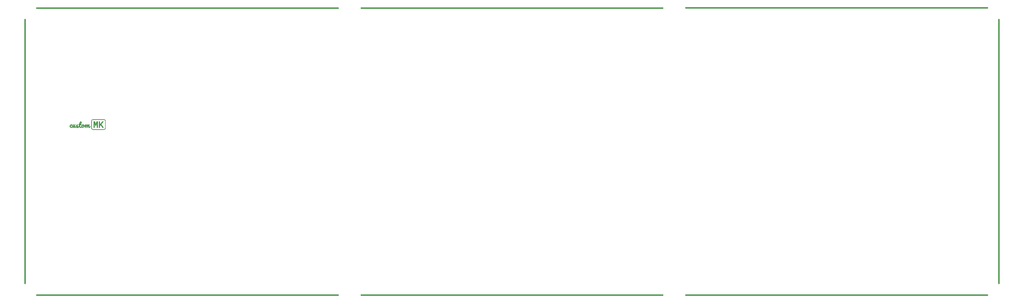
<source format=gbr>
%TF.GenerationSoftware,KiCad,Pcbnew,(5.1.6-0-10_14)*%
%TF.CreationDate,2021-09-05T19:18:27-05:00*%
%TF.ProjectId,EVO70_FR4_plate_acrylic,45564f37-305f-4465-9234-5f706c617465,rev?*%
%TF.SameCoordinates,Original*%
%TF.FileFunction,Copper,L1,Top*%
%TF.FilePolarity,Positive*%
%FSLAX46Y46*%
G04 Gerber Fmt 4.6, Leading zero omitted, Abs format (unit mm)*
G04 Created by KiCad (PCBNEW (5.1.6-0-10_14)) date 2021-09-05 19:18:27*
%MOMM*%
%LPD*%
G01*
G04 APERTURE LIST*
%TA.AperFunction,EtchedComponent*%
%ADD10C,0.010000*%
%TD*%
%TA.AperFunction,Conductor*%
%ADD11C,0.508000*%
%TD*%
G04 APERTURE END LIST*
D10*
%TO.C,G3*%
G36*
X71525274Y-143770601D02*
G01*
X71712144Y-143770873D01*
X71877870Y-143771391D01*
X72023870Y-143772212D01*
X72151558Y-143773394D01*
X72262350Y-143774993D01*
X72357662Y-143777069D01*
X72438911Y-143779677D01*
X72507511Y-143782877D01*
X72564878Y-143786725D01*
X72612430Y-143791279D01*
X72651580Y-143796597D01*
X72683745Y-143802736D01*
X72710342Y-143809754D01*
X72732785Y-143817708D01*
X72752490Y-143826656D01*
X72770874Y-143836656D01*
X72789352Y-143847765D01*
X72809340Y-143860040D01*
X72814933Y-143863415D01*
X72928820Y-143946865D01*
X73021359Y-144047129D01*
X73090882Y-144162033D01*
X73132575Y-144276855D01*
X73136742Y-144294659D01*
X73140406Y-144315353D01*
X73143600Y-144340752D01*
X73146356Y-144372674D01*
X73148705Y-144412935D01*
X73150678Y-144463351D01*
X73152309Y-144525740D01*
X73153628Y-144601917D01*
X73154668Y-144693699D01*
X73155460Y-144802904D01*
X73156036Y-144931347D01*
X73156428Y-145080846D01*
X73156667Y-145253216D01*
X73156787Y-145450274D01*
X73156817Y-145660889D01*
X73156783Y-145882955D01*
X73156658Y-146078616D01*
X73156410Y-146249688D01*
X73156009Y-146397987D01*
X73155422Y-146525330D01*
X73154618Y-146633535D01*
X73153564Y-146724417D01*
X73152228Y-146799792D01*
X73150580Y-146861479D01*
X73148586Y-146911293D01*
X73146216Y-146951050D01*
X73143437Y-146982568D01*
X73140218Y-147007663D01*
X73136527Y-147028152D01*
X73132575Y-147044924D01*
X73085324Y-147171209D01*
X73013547Y-147284818D01*
X72918912Y-147383580D01*
X72814933Y-147458363D01*
X72794324Y-147470950D01*
X72775591Y-147482355D01*
X72757318Y-147492637D01*
X72738091Y-147501852D01*
X72716492Y-147510058D01*
X72691107Y-147517312D01*
X72660519Y-147523673D01*
X72623312Y-147529198D01*
X72578071Y-147533944D01*
X72523380Y-147537970D01*
X72457823Y-147541332D01*
X72379985Y-147544088D01*
X72288448Y-147546296D01*
X72181799Y-147548013D01*
X72058620Y-147549297D01*
X71917496Y-147550206D01*
X71757011Y-147550797D01*
X71575750Y-147551127D01*
X71372296Y-147551255D01*
X71145234Y-147551237D01*
X70893148Y-147551132D01*
X70614622Y-147550997D01*
X70538047Y-147550964D01*
X70259189Y-147550832D01*
X70007130Y-147550663D01*
X69780445Y-147550439D01*
X69577712Y-147550144D01*
X69397507Y-147549761D01*
X69238407Y-147549271D01*
X69098987Y-147548660D01*
X68977824Y-147547908D01*
X68873495Y-147547001D01*
X68784576Y-147545919D01*
X68709644Y-147544647D01*
X68647274Y-147543167D01*
X68596044Y-147541462D01*
X68554529Y-147539516D01*
X68521307Y-147537311D01*
X68494954Y-147534830D01*
X68474045Y-147532056D01*
X68457158Y-147528972D01*
X68444187Y-147525908D01*
X68321521Y-147479925D01*
X68210291Y-147410781D01*
X68113987Y-147322051D01*
X68036099Y-147217311D01*
X67980116Y-147100138D01*
X67959331Y-147029092D01*
X67955047Y-146995678D01*
X67951168Y-146936597D01*
X67947695Y-146854401D01*
X67944628Y-146751641D01*
X67941967Y-146630871D01*
X67939712Y-146494642D01*
X67937862Y-146345507D01*
X67936418Y-146186017D01*
X67935381Y-146018725D01*
X67934749Y-145846182D01*
X67934523Y-145670942D01*
X67934702Y-145495555D01*
X67935288Y-145322575D01*
X67936279Y-145154553D01*
X67937676Y-144994041D01*
X67939479Y-144843591D01*
X67941688Y-144705757D01*
X67944303Y-144583089D01*
X67947324Y-144478140D01*
X67950750Y-144393462D01*
X67954582Y-144331607D01*
X67956711Y-144313278D01*
X68085500Y-144313278D01*
X68085500Y-147008500D01*
X68123041Y-147088583D01*
X68184411Y-147189750D01*
X68264878Y-147276415D01*
X68359400Y-147344208D01*
X68462938Y-147388761D01*
X68472558Y-147391491D01*
X68487769Y-147394011D01*
X68514650Y-147396279D01*
X68554348Y-147398303D01*
X68608011Y-147400090D01*
X68676787Y-147401649D01*
X68761823Y-147402988D01*
X68864267Y-147404115D01*
X68985266Y-147405037D01*
X69125969Y-147405764D01*
X69287523Y-147406304D01*
X69471075Y-147406663D01*
X69677773Y-147406851D01*
X69908765Y-147406875D01*
X70165199Y-147406744D01*
X70448222Y-147406466D01*
X70576111Y-147406306D01*
X72615166Y-147403611D01*
X72695855Y-147365793D01*
X72797420Y-147303426D01*
X72885719Y-147219914D01*
X72954424Y-147121470D01*
X72964539Y-147102001D01*
X73010277Y-147009094D01*
X73010277Y-144312685D01*
X72964539Y-144219777D01*
X72900179Y-144119240D01*
X72815047Y-144032479D01*
X72715471Y-143965706D01*
X72695855Y-143955985D01*
X72615166Y-143918167D01*
X68480017Y-143918167D01*
X68387110Y-143963905D01*
X68286572Y-144028266D01*
X68199812Y-144113397D01*
X68133039Y-144212973D01*
X68123318Y-144232590D01*
X68085500Y-144313278D01*
X67956711Y-144313278D01*
X67958820Y-144295127D01*
X67959331Y-144292686D01*
X68001253Y-144170021D01*
X68067072Y-144057749D01*
X68153297Y-143959448D01*
X68256439Y-143878692D01*
X68373008Y-143819057D01*
X68444187Y-143795870D01*
X68458667Y-143792491D01*
X68475884Y-143789439D01*
X68497260Y-143786694D01*
X68524221Y-143784240D01*
X68558189Y-143782061D01*
X68600588Y-143780139D01*
X68652841Y-143778457D01*
X68716373Y-143776998D01*
X68792606Y-143775745D01*
X68882965Y-143774682D01*
X68988872Y-143773790D01*
X69111752Y-143773053D01*
X69253028Y-143772454D01*
X69414123Y-143771976D01*
X69596462Y-143771602D01*
X69801467Y-143771314D01*
X70030563Y-143771096D01*
X70285172Y-143770931D01*
X70538047Y-143770814D01*
X70823648Y-143770680D01*
X71082442Y-143770562D01*
X71315845Y-143770516D01*
X71525274Y-143770601D01*
G37*
X71525274Y-143770601D02*
X71712144Y-143770873D01*
X71877870Y-143771391D01*
X72023870Y-143772212D01*
X72151558Y-143773394D01*
X72262350Y-143774993D01*
X72357662Y-143777069D01*
X72438911Y-143779677D01*
X72507511Y-143782877D01*
X72564878Y-143786725D01*
X72612430Y-143791279D01*
X72651580Y-143796597D01*
X72683745Y-143802736D01*
X72710342Y-143809754D01*
X72732785Y-143817708D01*
X72752490Y-143826656D01*
X72770874Y-143836656D01*
X72789352Y-143847765D01*
X72809340Y-143860040D01*
X72814933Y-143863415D01*
X72928820Y-143946865D01*
X73021359Y-144047129D01*
X73090882Y-144162033D01*
X73132575Y-144276855D01*
X73136742Y-144294659D01*
X73140406Y-144315353D01*
X73143600Y-144340752D01*
X73146356Y-144372674D01*
X73148705Y-144412935D01*
X73150678Y-144463351D01*
X73152309Y-144525740D01*
X73153628Y-144601917D01*
X73154668Y-144693699D01*
X73155460Y-144802904D01*
X73156036Y-144931347D01*
X73156428Y-145080846D01*
X73156667Y-145253216D01*
X73156787Y-145450274D01*
X73156817Y-145660889D01*
X73156783Y-145882955D01*
X73156658Y-146078616D01*
X73156410Y-146249688D01*
X73156009Y-146397987D01*
X73155422Y-146525330D01*
X73154618Y-146633535D01*
X73153564Y-146724417D01*
X73152228Y-146799792D01*
X73150580Y-146861479D01*
X73148586Y-146911293D01*
X73146216Y-146951050D01*
X73143437Y-146982568D01*
X73140218Y-147007663D01*
X73136527Y-147028152D01*
X73132575Y-147044924D01*
X73085324Y-147171209D01*
X73013547Y-147284818D01*
X72918912Y-147383580D01*
X72814933Y-147458363D01*
X72794324Y-147470950D01*
X72775591Y-147482355D01*
X72757318Y-147492637D01*
X72738091Y-147501852D01*
X72716492Y-147510058D01*
X72691107Y-147517312D01*
X72660519Y-147523673D01*
X72623312Y-147529198D01*
X72578071Y-147533944D01*
X72523380Y-147537970D01*
X72457823Y-147541332D01*
X72379985Y-147544088D01*
X72288448Y-147546296D01*
X72181799Y-147548013D01*
X72058620Y-147549297D01*
X71917496Y-147550206D01*
X71757011Y-147550797D01*
X71575750Y-147551127D01*
X71372296Y-147551255D01*
X71145234Y-147551237D01*
X70893148Y-147551132D01*
X70614622Y-147550997D01*
X70538047Y-147550964D01*
X70259189Y-147550832D01*
X70007130Y-147550663D01*
X69780445Y-147550439D01*
X69577712Y-147550144D01*
X69397507Y-147549761D01*
X69238407Y-147549271D01*
X69098987Y-147548660D01*
X68977824Y-147547908D01*
X68873495Y-147547001D01*
X68784576Y-147545919D01*
X68709644Y-147544647D01*
X68647274Y-147543167D01*
X68596044Y-147541462D01*
X68554529Y-147539516D01*
X68521307Y-147537311D01*
X68494954Y-147534830D01*
X68474045Y-147532056D01*
X68457158Y-147528972D01*
X68444187Y-147525908D01*
X68321521Y-147479925D01*
X68210291Y-147410781D01*
X68113987Y-147322051D01*
X68036099Y-147217311D01*
X67980116Y-147100138D01*
X67959331Y-147029092D01*
X67955047Y-146995678D01*
X67951168Y-146936597D01*
X67947695Y-146854401D01*
X67944628Y-146751641D01*
X67941967Y-146630871D01*
X67939712Y-146494642D01*
X67937862Y-146345507D01*
X67936418Y-146186017D01*
X67935381Y-146018725D01*
X67934749Y-145846182D01*
X67934523Y-145670942D01*
X67934702Y-145495555D01*
X67935288Y-145322575D01*
X67936279Y-145154553D01*
X67937676Y-144994041D01*
X67939479Y-144843591D01*
X67941688Y-144705757D01*
X67944303Y-144583089D01*
X67947324Y-144478140D01*
X67950750Y-144393462D01*
X67954582Y-144331607D01*
X67956711Y-144313278D01*
X68085500Y-144313278D01*
X68085500Y-147008500D01*
X68123041Y-147088583D01*
X68184411Y-147189750D01*
X68264878Y-147276415D01*
X68359400Y-147344208D01*
X68462938Y-147388761D01*
X68472558Y-147391491D01*
X68487769Y-147394011D01*
X68514650Y-147396279D01*
X68554348Y-147398303D01*
X68608011Y-147400090D01*
X68676787Y-147401649D01*
X68761823Y-147402988D01*
X68864267Y-147404115D01*
X68985266Y-147405037D01*
X69125969Y-147405764D01*
X69287523Y-147406304D01*
X69471075Y-147406663D01*
X69677773Y-147406851D01*
X69908765Y-147406875D01*
X70165199Y-147406744D01*
X70448222Y-147406466D01*
X70576111Y-147406306D01*
X72615166Y-147403611D01*
X72695855Y-147365793D01*
X72797420Y-147303426D01*
X72885719Y-147219914D01*
X72954424Y-147121470D01*
X72964539Y-147102001D01*
X73010277Y-147009094D01*
X73010277Y-144312685D01*
X72964539Y-144219777D01*
X72900179Y-144119240D01*
X72815047Y-144032479D01*
X72715471Y-143965706D01*
X72695855Y-143955985D01*
X72615166Y-143918167D01*
X68480017Y-143918167D01*
X68387110Y-143963905D01*
X68286572Y-144028266D01*
X68199812Y-144113397D01*
X68133039Y-144212973D01*
X68123318Y-144232590D01*
X68085500Y-144313278D01*
X67956711Y-144313278D01*
X67958820Y-144295127D01*
X67959331Y-144292686D01*
X68001253Y-144170021D01*
X68067072Y-144057749D01*
X68153297Y-143959448D01*
X68256439Y-143878692D01*
X68373008Y-143819057D01*
X68444187Y-143795870D01*
X68458667Y-143792491D01*
X68475884Y-143789439D01*
X68497260Y-143786694D01*
X68524221Y-143784240D01*
X68558189Y-143782061D01*
X68600588Y-143780139D01*
X68652841Y-143778457D01*
X68716373Y-143776998D01*
X68792606Y-143775745D01*
X68882965Y-143774682D01*
X68988872Y-143773790D01*
X69111752Y-143773053D01*
X69253028Y-143772454D01*
X69414123Y-143771976D01*
X69596462Y-143771602D01*
X69801467Y-143771314D01*
X70030563Y-143771096D01*
X70285172Y-143770931D01*
X70538047Y-143770814D01*
X70823648Y-143770680D01*
X71082442Y-143770562D01*
X71315845Y-143770516D01*
X71525274Y-143770601D01*
G36*
X64210468Y-144580700D02*
G01*
X64270251Y-144612460D01*
X64314969Y-144666433D01*
X64345241Y-144743467D01*
X64361688Y-144844413D01*
X64364260Y-144884778D01*
X64359247Y-145028031D01*
X64330582Y-145162526D01*
X64277025Y-145291637D01*
X64197338Y-145418737D01*
X64142750Y-145488028D01*
X64056584Y-145590334D01*
X64187208Y-145591740D01*
X64266354Y-145593616D01*
X64321944Y-145598164D01*
X64358617Y-145606754D01*
X64381009Y-145620758D01*
X64393757Y-145641544D01*
X64397704Y-145653926D01*
X64398128Y-145706016D01*
X64376077Y-145759198D01*
X64335742Y-145805329D01*
X64310777Y-145822774D01*
X64288550Y-145833808D01*
X64262447Y-145841868D01*
X64227460Y-145847555D01*
X64178581Y-145851471D01*
X64110802Y-145854218D01*
X64033417Y-145856108D01*
X63944989Y-145857670D01*
X63880835Y-145860069D01*
X63837082Y-145866206D01*
X63809858Y-145878980D01*
X63795289Y-145901289D01*
X63789503Y-145936034D01*
X63788627Y-145986112D01*
X63788859Y-146039186D01*
X63791832Y-146131134D01*
X63800309Y-146223101D01*
X63813186Y-146307029D01*
X63829358Y-146374857D01*
X63838303Y-146400139D01*
X63881116Y-146468680D01*
X63941594Y-146517308D01*
X64015096Y-146543400D01*
X64094062Y-146544746D01*
X64166383Y-146527233D01*
X64232586Y-146493089D01*
X64297509Y-146441615D01*
X64353111Y-146391383D01*
X64353111Y-146276045D01*
X64354938Y-146253556D01*
X64673496Y-146253556D01*
X64674089Y-146320532D01*
X64679313Y-146369375D01*
X64690775Y-146410010D01*
X64703600Y-146439359D01*
X64746514Y-146504210D01*
X64798598Y-146543317D01*
X64857470Y-146556016D01*
X64920752Y-146541647D01*
X64969027Y-146513192D01*
X65006204Y-146475175D01*
X65039904Y-146423422D01*
X65064095Y-146368894D01*
X65072777Y-146324609D01*
X65062441Y-146293586D01*
X65035668Y-146256429D01*
X65024582Y-146244878D01*
X64979022Y-146184823D01*
X64943641Y-146107212D01*
X64922220Y-146021976D01*
X64917555Y-145963749D01*
X64916493Y-145919365D01*
X64911421Y-145896327D01*
X64899516Y-145887784D01*
X64885805Y-145886760D01*
X64841513Y-145898470D01*
X64792852Y-145929681D01*
X64748955Y-145974252D01*
X64708507Y-146044652D01*
X64683627Y-146134310D01*
X64673642Y-146245718D01*
X64673496Y-146253556D01*
X64354938Y-146253556D01*
X64365056Y-146129043D01*
X64401065Y-145996500D01*
X64461404Y-145877710D01*
X64537768Y-145780870D01*
X64624885Y-145704772D01*
X64719987Y-145654179D01*
X64827900Y-145626870D01*
X64884040Y-145621467D01*
X64973074Y-145620929D01*
X65045161Y-145631950D01*
X65110064Y-145656966D01*
X65169115Y-145692577D01*
X65221814Y-145739912D01*
X65272531Y-145805192D01*
X65316734Y-145880280D01*
X65349888Y-145957041D01*
X65367460Y-146027340D01*
X65369111Y-146051458D01*
X65370330Y-146069657D01*
X65377591Y-146079741D01*
X65396299Y-146082477D01*
X65431861Y-146078630D01*
X65489683Y-146068966D01*
X65491047Y-146068729D01*
X65539305Y-146059606D01*
X65566721Y-146050286D01*
X65580296Y-146035970D01*
X65587034Y-146011857D01*
X65588818Y-146001701D01*
X65609275Y-145902673D01*
X65634447Y-145813874D01*
X65662467Y-145740724D01*
X65691471Y-145688639D01*
X65700481Y-145677495D01*
X65728884Y-145650323D01*
X65758236Y-145634667D01*
X65799189Y-145626054D01*
X65831154Y-145622642D01*
X65895033Y-145620881D01*
X65935823Y-145630502D01*
X65956880Y-145653038D01*
X65961777Y-145682265D01*
X65958594Y-145707898D01*
X65949914Y-145754447D01*
X65937039Y-145815437D01*
X65921271Y-145884393D01*
X65920254Y-145888677D01*
X65903182Y-145963693D01*
X65887924Y-146036807D01*
X65876209Y-146099350D01*
X65869983Y-146140667D01*
X65861235Y-146218278D01*
X65894860Y-146139500D01*
X65964376Y-145997316D01*
X66043345Y-145872593D01*
X66112671Y-145787390D01*
X66185219Y-145716277D01*
X66252479Y-145667489D01*
X66320609Y-145637551D01*
X66395764Y-145622992D01*
X66405644Y-145622105D01*
X66456241Y-145619163D01*
X66488164Y-145621860D01*
X66510743Y-145632301D01*
X66531148Y-145650421D01*
X66557537Y-145684537D01*
X66573178Y-145726188D01*
X66578460Y-145780008D01*
X66573768Y-145850628D01*
X66559492Y-145942680D01*
X66556810Y-145957222D01*
X66543993Y-146025041D01*
X66532321Y-146085595D01*
X66523181Y-146131763D01*
X66518345Y-146154778D01*
X66520944Y-146157979D01*
X66534206Y-146139568D01*
X66555881Y-146103030D01*
X66578872Y-146061015D01*
X66659667Y-145925134D01*
X66744417Y-145813191D01*
X66832110Y-145726011D01*
X66921733Y-145664422D01*
X67012272Y-145629251D01*
X67102715Y-145621324D01*
X67116017Y-145622514D01*
X67163662Y-145632713D01*
X67200086Y-145652840D01*
X67225649Y-145685238D01*
X67240710Y-145732251D01*
X67245630Y-145796223D01*
X67240769Y-145879497D01*
X67226485Y-145984416D01*
X67203139Y-146113325D01*
X67196500Y-146146743D01*
X67175624Y-146252911D01*
X67160897Y-146335265D01*
X67152124Y-146397491D01*
X67149109Y-146443273D01*
X67151656Y-146476297D01*
X67159571Y-146500249D01*
X67172657Y-146518815D01*
X67176556Y-146522890D01*
X67207623Y-146542760D01*
X67244227Y-146543749D01*
X67288310Y-146524761D01*
X67341817Y-146484703D01*
X67406692Y-146422481D01*
X67462974Y-146361733D01*
X67505734Y-146316181D01*
X67544335Y-146279038D01*
X67573354Y-146255326D01*
X67583977Y-146249618D01*
X67621445Y-146251171D01*
X67649186Y-146274374D01*
X67666295Y-146314069D01*
X67671867Y-146365097D01*
X67664997Y-146422301D01*
X67644781Y-146480523D01*
X67629380Y-146508410D01*
X67580619Y-146571381D01*
X67514135Y-146638334D01*
X67438142Y-146702125D01*
X67360855Y-146755611D01*
X67317511Y-146779668D01*
X67265386Y-146803423D01*
X67221495Y-146817086D01*
X67173604Y-146823341D01*
X67111495Y-146824872D01*
X67050517Y-146823778D01*
X67008699Y-146818993D01*
X66977036Y-146808618D01*
X66946525Y-146790755D01*
X66945084Y-146789778D01*
X66900609Y-146750973D01*
X66868637Y-146701867D01*
X66848763Y-146639595D01*
X66840580Y-146561289D01*
X66843682Y-146464084D01*
X66857663Y-146345113D01*
X66870656Y-146264668D01*
X66886713Y-146164893D01*
X66895220Y-146091089D01*
X66895711Y-146041908D01*
X66887720Y-146016003D01*
X66870782Y-146012027D01*
X66844431Y-146028632D01*
X66808202Y-146064470D01*
X66803340Y-146069810D01*
X66747123Y-146145848D01*
X66690855Y-146249303D01*
X66634896Y-146379370D01*
X66579607Y-146535248D01*
X66547525Y-146638736D01*
X66528203Y-146697241D01*
X66507918Y-146747625D01*
X66490007Y-146781951D01*
X66484023Y-146789644D01*
X66438179Y-146817587D01*
X66380515Y-146828236D01*
X66322680Y-146819970D01*
X66308148Y-146814096D01*
X66264992Y-146781507D01*
X66233474Y-146729620D01*
X66213370Y-146657085D01*
X66204461Y-146562554D01*
X66206527Y-146444678D01*
X66219345Y-146302109D01*
X66221438Y-146284559D01*
X66232221Y-146193854D01*
X66239191Y-146127177D01*
X66242333Y-146080589D01*
X66241628Y-146050153D01*
X66237062Y-146031929D01*
X66228616Y-146021981D01*
X66220311Y-146017802D01*
X66192398Y-146021549D01*
X66158909Y-146049813D01*
X66121419Y-146099810D01*
X66081504Y-146168756D01*
X66040738Y-146253869D01*
X66000697Y-146352362D01*
X65962955Y-146461453D01*
X65955181Y-146486389D01*
X65922939Y-146590727D01*
X65896598Y-146671105D01*
X65874111Y-146730644D01*
X65853436Y-146772463D01*
X65832527Y-146799684D01*
X65809340Y-146815427D01*
X65781830Y-146822813D01*
X65747954Y-146824963D01*
X65733296Y-146825056D01*
X65681366Y-146819035D01*
X65640475Y-146799201D01*
X65609233Y-146762899D01*
X65586249Y-146707473D01*
X65570131Y-146630268D01*
X65559489Y-146528627D01*
X65556881Y-146488212D01*
X65548147Y-146334813D01*
X65476268Y-146343451D01*
X65430144Y-146348501D01*
X65393312Y-146351674D01*
X65381585Y-146352211D01*
X65361900Y-146366086D01*
X65339802Y-146406576D01*
X65329177Y-146433472D01*
X65272112Y-146556787D01*
X65198830Y-146657436D01*
X65108448Y-146736449D01*
X65030444Y-146781401D01*
X64925621Y-146816837D01*
X64817322Y-146827181D01*
X64710600Y-146813276D01*
X64610510Y-146775962D01*
X64522104Y-146716079D01*
X64497559Y-146692753D01*
X64441781Y-146635278D01*
X64363379Y-146696158D01*
X64281060Y-146754251D01*
X64205635Y-146792669D01*
X64127660Y-146814751D01*
X64037690Y-146823833D01*
X64000036Y-146824565D01*
X63934285Y-146823989D01*
X63886926Y-146820374D01*
X63848152Y-146811748D01*
X63808152Y-146796139D01*
X63771233Y-146778558D01*
X63678527Y-146720458D01*
X63608984Y-146648024D01*
X63566808Y-146574584D01*
X63550461Y-146541607D01*
X63537944Y-146523113D01*
X63535478Y-146521667D01*
X63522739Y-146531695D01*
X63499742Y-146557004D01*
X63488209Y-146571049D01*
X63437456Y-146624044D01*
X63372414Y-146677242D01*
X63303286Y-146723149D01*
X63240272Y-146754269D01*
X63237464Y-146755302D01*
X63187094Y-146770245D01*
X63125691Y-146784119D01*
X63088582Y-146790560D01*
X63026422Y-146804490D01*
X62962190Y-146826199D01*
X62930695Y-146840390D01*
X62853339Y-146869426D01*
X62767627Y-146883675D01*
X62684357Y-146882144D01*
X62625599Y-146868463D01*
X62560066Y-146833014D01*
X62513234Y-146785420D01*
X62485879Y-146730542D01*
X62478778Y-146673243D01*
X62492706Y-146618386D01*
X62528440Y-146570832D01*
X62573367Y-146541259D01*
X62611172Y-146528090D01*
X62656036Y-146523658D01*
X62718096Y-146526969D01*
X62718626Y-146527018D01*
X62771170Y-146530770D01*
X62801089Y-146529448D01*
X62813618Y-146522482D01*
X62815000Y-146516484D01*
X62806414Y-146472221D01*
X62782837Y-146413472D01*
X62747542Y-146347264D01*
X62707811Y-146286197D01*
X62642901Y-146195235D01*
X62589680Y-146286311D01*
X62530829Y-146379120D01*
X62463393Y-146472514D01*
X62392921Y-146559542D01*
X62324959Y-146633248D01*
X62279271Y-146675354D01*
X62178303Y-146747777D01*
X62077636Y-146797816D01*
X61980179Y-146824664D01*
X61888843Y-146827511D01*
X61808169Y-146806278D01*
X61765979Y-146783957D01*
X61737382Y-146756547D01*
X61712702Y-146714087D01*
X61707061Y-146702220D01*
X61686194Y-146645958D01*
X61673827Y-146589840D01*
X61672137Y-146567528D01*
X61669679Y-146530891D01*
X61663660Y-146509675D01*
X61660676Y-146507556D01*
X61649814Y-146519630D01*
X61634471Y-146550498D01*
X61624937Y-146574584D01*
X61581711Y-146665279D01*
X61526044Y-146738422D01*
X61461199Y-146791402D01*
X61390441Y-146821608D01*
X61317035Y-146826429D01*
X61311029Y-146825623D01*
X61244055Y-146803037D01*
X61184664Y-146760264D01*
X61141990Y-146704319D01*
X61135804Y-146691065D01*
X61122310Y-146662076D01*
X61113180Y-146648761D01*
X61112777Y-146648667D01*
X61099225Y-146656222D01*
X61070588Y-146675534D01*
X61049489Y-146690553D01*
X60990475Y-146725828D01*
X60914011Y-146761172D01*
X60830574Y-146792566D01*
X60750639Y-146815990D01*
X60695531Y-146826375D01*
X60621504Y-146828661D01*
X60536912Y-146821381D01*
X60452924Y-146806258D01*
X60380713Y-146785013D01*
X60354970Y-146773882D01*
X60295125Y-146736005D01*
X60234535Y-146684523D01*
X60182224Y-146628004D01*
X60148751Y-146578111D01*
X60112450Y-146480572D01*
X60095140Y-146366627D01*
X60095431Y-146247805D01*
X60115840Y-146107140D01*
X60158334Y-145978592D01*
X60221267Y-145864826D01*
X60302991Y-145768509D01*
X60401861Y-145692306D01*
X60456751Y-145662796D01*
X60503727Y-145643187D01*
X60547857Y-145631815D01*
X60600102Y-145626647D01*
X60657030Y-145625611D01*
X60719028Y-145626594D01*
X60761665Y-145630791D01*
X60793771Y-145640082D01*
X60824177Y-145656341D01*
X60835237Y-145663486D01*
X60895937Y-145719940D01*
X60935258Y-145794621D01*
X60953006Y-145887107D01*
X60954097Y-145920000D01*
X60945517Y-146006299D01*
X60921177Y-146077433D01*
X60883171Y-146130222D01*
X60833596Y-146161483D01*
X60790055Y-146168889D01*
X60747320Y-146161434D01*
X60715085Y-146146573D01*
X60699705Y-146133582D01*
X60690589Y-146116728D01*
X60686465Y-146089397D01*
X60686061Y-146044972D01*
X60687251Y-146001934D01*
X60691277Y-145879611D01*
X60637060Y-145875154D01*
X60602293Y-145875202D01*
X60574956Y-145885550D01*
X60544707Y-145911164D01*
X60529450Y-145926824D01*
X60476796Y-145999794D01*
X60441106Y-146091233D01*
X60421365Y-146203808D01*
X60420534Y-146212776D01*
X60420658Y-146319645D01*
X60440572Y-146408640D01*
X60479211Y-146478515D01*
X60535510Y-146528021D01*
X60608405Y-146555913D01*
X60696831Y-146560941D01*
X60716229Y-146559101D01*
X60773809Y-146544882D01*
X60843667Y-146516674D01*
X60916779Y-146478999D01*
X60984118Y-146436378D01*
X61024568Y-146404630D01*
X61047590Y-146383062D01*
X61063206Y-146362668D01*
X61073774Y-146336801D01*
X61081652Y-146298814D01*
X61089196Y-146242060D01*
X61092638Y-146212703D01*
X61104556Y-146129085D01*
X61121385Y-146036608D01*
X61141386Y-145942988D01*
X61162815Y-145855941D01*
X61183931Y-145783182D01*
X61199050Y-145741347D01*
X61234045Y-145681567D01*
X61282097Y-145643634D01*
X61348057Y-145624254D01*
X61375895Y-145621271D01*
X61424483Y-145619655D01*
X61460483Y-145624756D01*
X61484607Y-145639538D01*
X61497569Y-145666966D01*
X61500081Y-145710003D01*
X61492856Y-145771615D01*
X61476607Y-145854764D01*
X61454953Y-145950046D01*
X61434712Y-146043757D01*
X61417532Y-146137635D01*
X61404121Y-146226308D01*
X61395186Y-146304403D01*
X61391434Y-146366548D01*
X61393569Y-146407369D01*
X61394343Y-146410937D01*
X61408865Y-146441675D01*
X61425673Y-146456451D01*
X61459311Y-146454845D01*
X61497940Y-146427904D01*
X61540315Y-146377818D01*
X61585191Y-146306776D01*
X61631323Y-146216968D01*
X61677466Y-146110585D01*
X61722377Y-145989814D01*
X61762942Y-145863155D01*
X61790430Y-145776696D01*
X61815697Y-145713997D01*
X61841740Y-145671085D01*
X61871559Y-145643985D01*
X61908153Y-145628722D01*
X61944666Y-145622325D01*
X61992734Y-145619795D01*
X62035057Y-145622248D01*
X62045104Y-145624140D01*
X62066725Y-145632437D01*
X62077436Y-145648602D01*
X62080974Y-145680866D01*
X62081222Y-145703731D01*
X62078132Y-145746286D01*
X62069757Y-145807525D01*
X62057440Y-145878697D01*
X62045013Y-145939823D01*
X62013023Y-146089529D01*
X61987816Y-146215002D01*
X61969525Y-146315497D01*
X61958286Y-146390271D01*
X61954234Y-146438578D01*
X61954222Y-146440500D01*
X61962915Y-146486675D01*
X61985153Y-146525110D01*
X62015172Y-146547380D01*
X62029070Y-146549889D01*
X62068660Y-146537927D01*
X62119128Y-146503655D01*
X62177757Y-146449493D01*
X62241827Y-146377864D01*
X62287937Y-146319321D01*
X62335057Y-146254644D01*
X62377216Y-146191889D01*
X62417223Y-146126046D01*
X62457886Y-146052104D01*
X62502015Y-145965054D01*
X62552419Y-145859884D01*
X62586365Y-145787033D01*
X62617921Y-145720671D01*
X62642295Y-145675252D01*
X62663041Y-145645617D01*
X62683714Y-145626611D01*
X62705529Y-145614172D01*
X62753648Y-145599247D01*
X62812710Y-145591664D01*
X62871348Y-145591893D01*
X62918197Y-145600405D01*
X62928816Y-145604941D01*
X62947576Y-145619223D01*
X62954169Y-145639395D01*
X62948232Y-145671138D01*
X62929404Y-145720136D01*
X62920093Y-145741527D01*
X62892445Y-145809094D01*
X62876935Y-145864917D01*
X62874697Y-145914835D01*
X62886864Y-145964685D01*
X62914569Y-146020305D01*
X62958947Y-146087536D01*
X62997584Y-146140650D01*
X63057147Y-146225063D01*
X63099059Y-146295203D01*
X63125846Y-146356534D01*
X63140031Y-146414517D01*
X63143854Y-146457135D01*
X63146732Y-146499962D01*
X63151288Y-146528518D01*
X63155077Y-146535754D01*
X63176280Y-146526380D01*
X63212355Y-146500891D01*
X63258432Y-146463342D01*
X63309641Y-146417787D01*
X63361113Y-146368281D01*
X63382403Y-146346485D01*
X63477977Y-146246500D01*
X63478099Y-146052472D01*
X63478222Y-145858445D01*
X63393555Y-145858445D01*
X63327590Y-145853016D01*
X63284489Y-145834712D01*
X63260665Y-145800506D01*
X63252535Y-145747369D01*
X63252444Y-145739287D01*
X63259537Y-145679303D01*
X63282934Y-145637353D01*
X63325815Y-145610627D01*
X63391360Y-145596320D01*
X63417023Y-145593949D01*
X63516663Y-145586820D01*
X63528226Y-145521551D01*
X63831648Y-145521551D01*
X63834104Y-145535698D01*
X63843045Y-145536132D01*
X63862006Y-145520522D01*
X63894521Y-145486541D01*
X63909291Y-145470389D01*
X63955306Y-145414305D01*
X64000961Y-145349747D01*
X64035242Y-145292699D01*
X64082715Y-145186048D01*
X64113521Y-145080564D01*
X64126709Y-144981638D01*
X64121327Y-144894660D01*
X64111841Y-144858661D01*
X64091969Y-144823889D01*
X64066910Y-144815279D01*
X64038006Y-144831536D01*
X64006597Y-144871365D01*
X63974025Y-144933471D01*
X63941630Y-145016559D01*
X63938381Y-145026184D01*
X63922362Y-145079724D01*
X63904389Y-145148533D01*
X63885830Y-145226269D01*
X63868052Y-145306586D01*
X63852421Y-145383140D01*
X63840306Y-145449587D01*
X63833072Y-145499581D01*
X63831648Y-145521551D01*
X63528226Y-145521551D01*
X63534477Y-145486271D01*
X63566579Y-145340858D01*
X63610621Y-145194236D01*
X63664087Y-145052569D01*
X63724456Y-144922016D01*
X63789210Y-144808738D01*
X63840921Y-144736611D01*
X63919447Y-144656120D01*
X64003155Y-144601553D01*
X64090436Y-144573821D01*
X64135000Y-144570302D01*
X64210468Y-144580700D01*
G37*
X64210468Y-144580700D02*
X64270251Y-144612460D01*
X64314969Y-144666433D01*
X64345241Y-144743467D01*
X64361688Y-144844413D01*
X64364260Y-144884778D01*
X64359247Y-145028031D01*
X64330582Y-145162526D01*
X64277025Y-145291637D01*
X64197338Y-145418737D01*
X64142750Y-145488028D01*
X64056584Y-145590334D01*
X64187208Y-145591740D01*
X64266354Y-145593616D01*
X64321944Y-145598164D01*
X64358617Y-145606754D01*
X64381009Y-145620758D01*
X64393757Y-145641544D01*
X64397704Y-145653926D01*
X64398128Y-145706016D01*
X64376077Y-145759198D01*
X64335742Y-145805329D01*
X64310777Y-145822774D01*
X64288550Y-145833808D01*
X64262447Y-145841868D01*
X64227460Y-145847555D01*
X64178581Y-145851471D01*
X64110802Y-145854218D01*
X64033417Y-145856108D01*
X63944989Y-145857670D01*
X63880835Y-145860069D01*
X63837082Y-145866206D01*
X63809858Y-145878980D01*
X63795289Y-145901289D01*
X63789503Y-145936034D01*
X63788627Y-145986112D01*
X63788859Y-146039186D01*
X63791832Y-146131134D01*
X63800309Y-146223101D01*
X63813186Y-146307029D01*
X63829358Y-146374857D01*
X63838303Y-146400139D01*
X63881116Y-146468680D01*
X63941594Y-146517308D01*
X64015096Y-146543400D01*
X64094062Y-146544746D01*
X64166383Y-146527233D01*
X64232586Y-146493089D01*
X64297509Y-146441615D01*
X64353111Y-146391383D01*
X64353111Y-146276045D01*
X64354938Y-146253556D01*
X64673496Y-146253556D01*
X64674089Y-146320532D01*
X64679313Y-146369375D01*
X64690775Y-146410010D01*
X64703600Y-146439359D01*
X64746514Y-146504210D01*
X64798598Y-146543317D01*
X64857470Y-146556016D01*
X64920752Y-146541647D01*
X64969027Y-146513192D01*
X65006204Y-146475175D01*
X65039904Y-146423422D01*
X65064095Y-146368894D01*
X65072777Y-146324609D01*
X65062441Y-146293586D01*
X65035668Y-146256429D01*
X65024582Y-146244878D01*
X64979022Y-146184823D01*
X64943641Y-146107212D01*
X64922220Y-146021976D01*
X64917555Y-145963749D01*
X64916493Y-145919365D01*
X64911421Y-145896327D01*
X64899516Y-145887784D01*
X64885805Y-145886760D01*
X64841513Y-145898470D01*
X64792852Y-145929681D01*
X64748955Y-145974252D01*
X64708507Y-146044652D01*
X64683627Y-146134310D01*
X64673642Y-146245718D01*
X64673496Y-146253556D01*
X64354938Y-146253556D01*
X64365056Y-146129043D01*
X64401065Y-145996500D01*
X64461404Y-145877710D01*
X64537768Y-145780870D01*
X64624885Y-145704772D01*
X64719987Y-145654179D01*
X64827900Y-145626870D01*
X64884040Y-145621467D01*
X64973074Y-145620929D01*
X65045161Y-145631950D01*
X65110064Y-145656966D01*
X65169115Y-145692577D01*
X65221814Y-145739912D01*
X65272531Y-145805192D01*
X65316734Y-145880280D01*
X65349888Y-145957041D01*
X65367460Y-146027340D01*
X65369111Y-146051458D01*
X65370330Y-146069657D01*
X65377591Y-146079741D01*
X65396299Y-146082477D01*
X65431861Y-146078630D01*
X65489683Y-146068966D01*
X65491047Y-146068729D01*
X65539305Y-146059606D01*
X65566721Y-146050286D01*
X65580296Y-146035970D01*
X65587034Y-146011857D01*
X65588818Y-146001701D01*
X65609275Y-145902673D01*
X65634447Y-145813874D01*
X65662467Y-145740724D01*
X65691471Y-145688639D01*
X65700481Y-145677495D01*
X65728884Y-145650323D01*
X65758236Y-145634667D01*
X65799189Y-145626054D01*
X65831154Y-145622642D01*
X65895033Y-145620881D01*
X65935823Y-145630502D01*
X65956880Y-145653038D01*
X65961777Y-145682265D01*
X65958594Y-145707898D01*
X65949914Y-145754447D01*
X65937039Y-145815437D01*
X65921271Y-145884393D01*
X65920254Y-145888677D01*
X65903182Y-145963693D01*
X65887924Y-146036807D01*
X65876209Y-146099350D01*
X65869983Y-146140667D01*
X65861235Y-146218278D01*
X65894860Y-146139500D01*
X65964376Y-145997316D01*
X66043345Y-145872593D01*
X66112671Y-145787390D01*
X66185219Y-145716277D01*
X66252479Y-145667489D01*
X66320609Y-145637551D01*
X66395764Y-145622992D01*
X66405644Y-145622105D01*
X66456241Y-145619163D01*
X66488164Y-145621860D01*
X66510743Y-145632301D01*
X66531148Y-145650421D01*
X66557537Y-145684537D01*
X66573178Y-145726188D01*
X66578460Y-145780008D01*
X66573768Y-145850628D01*
X66559492Y-145942680D01*
X66556810Y-145957222D01*
X66543993Y-146025041D01*
X66532321Y-146085595D01*
X66523181Y-146131763D01*
X66518345Y-146154778D01*
X66520944Y-146157979D01*
X66534206Y-146139568D01*
X66555881Y-146103030D01*
X66578872Y-146061015D01*
X66659667Y-145925134D01*
X66744417Y-145813191D01*
X66832110Y-145726011D01*
X66921733Y-145664422D01*
X67012272Y-145629251D01*
X67102715Y-145621324D01*
X67116017Y-145622514D01*
X67163662Y-145632713D01*
X67200086Y-145652840D01*
X67225649Y-145685238D01*
X67240710Y-145732251D01*
X67245630Y-145796223D01*
X67240769Y-145879497D01*
X67226485Y-145984416D01*
X67203139Y-146113325D01*
X67196500Y-146146743D01*
X67175624Y-146252911D01*
X67160897Y-146335265D01*
X67152124Y-146397491D01*
X67149109Y-146443273D01*
X67151656Y-146476297D01*
X67159571Y-146500249D01*
X67172657Y-146518815D01*
X67176556Y-146522890D01*
X67207623Y-146542760D01*
X67244227Y-146543749D01*
X67288310Y-146524761D01*
X67341817Y-146484703D01*
X67406692Y-146422481D01*
X67462974Y-146361733D01*
X67505734Y-146316181D01*
X67544335Y-146279038D01*
X67573354Y-146255326D01*
X67583977Y-146249618D01*
X67621445Y-146251171D01*
X67649186Y-146274374D01*
X67666295Y-146314069D01*
X67671867Y-146365097D01*
X67664997Y-146422301D01*
X67644781Y-146480523D01*
X67629380Y-146508410D01*
X67580619Y-146571381D01*
X67514135Y-146638334D01*
X67438142Y-146702125D01*
X67360855Y-146755611D01*
X67317511Y-146779668D01*
X67265386Y-146803423D01*
X67221495Y-146817086D01*
X67173604Y-146823341D01*
X67111495Y-146824872D01*
X67050517Y-146823778D01*
X67008699Y-146818993D01*
X66977036Y-146808618D01*
X66946525Y-146790755D01*
X66945084Y-146789778D01*
X66900609Y-146750973D01*
X66868637Y-146701867D01*
X66848763Y-146639595D01*
X66840580Y-146561289D01*
X66843682Y-146464084D01*
X66857663Y-146345113D01*
X66870656Y-146264668D01*
X66886713Y-146164893D01*
X66895220Y-146091089D01*
X66895711Y-146041908D01*
X66887720Y-146016003D01*
X66870782Y-146012027D01*
X66844431Y-146028632D01*
X66808202Y-146064470D01*
X66803340Y-146069810D01*
X66747123Y-146145848D01*
X66690855Y-146249303D01*
X66634896Y-146379370D01*
X66579607Y-146535248D01*
X66547525Y-146638736D01*
X66528203Y-146697241D01*
X66507918Y-146747625D01*
X66490007Y-146781951D01*
X66484023Y-146789644D01*
X66438179Y-146817587D01*
X66380515Y-146828236D01*
X66322680Y-146819970D01*
X66308148Y-146814096D01*
X66264992Y-146781507D01*
X66233474Y-146729620D01*
X66213370Y-146657085D01*
X66204461Y-146562554D01*
X66206527Y-146444678D01*
X66219345Y-146302109D01*
X66221438Y-146284559D01*
X66232221Y-146193854D01*
X66239191Y-146127177D01*
X66242333Y-146080589D01*
X66241628Y-146050153D01*
X66237062Y-146031929D01*
X66228616Y-146021981D01*
X66220311Y-146017802D01*
X66192398Y-146021549D01*
X66158909Y-146049813D01*
X66121419Y-146099810D01*
X66081504Y-146168756D01*
X66040738Y-146253869D01*
X66000697Y-146352362D01*
X65962955Y-146461453D01*
X65955181Y-146486389D01*
X65922939Y-146590727D01*
X65896598Y-146671105D01*
X65874111Y-146730644D01*
X65853436Y-146772463D01*
X65832527Y-146799684D01*
X65809340Y-146815427D01*
X65781830Y-146822813D01*
X65747954Y-146824963D01*
X65733296Y-146825056D01*
X65681366Y-146819035D01*
X65640475Y-146799201D01*
X65609233Y-146762899D01*
X65586249Y-146707473D01*
X65570131Y-146630268D01*
X65559489Y-146528627D01*
X65556881Y-146488212D01*
X65548147Y-146334813D01*
X65476268Y-146343451D01*
X65430144Y-146348501D01*
X65393312Y-146351674D01*
X65381585Y-146352211D01*
X65361900Y-146366086D01*
X65339802Y-146406576D01*
X65329177Y-146433472D01*
X65272112Y-146556787D01*
X65198830Y-146657436D01*
X65108448Y-146736449D01*
X65030444Y-146781401D01*
X64925621Y-146816837D01*
X64817322Y-146827181D01*
X64710600Y-146813276D01*
X64610510Y-146775962D01*
X64522104Y-146716079D01*
X64497559Y-146692753D01*
X64441781Y-146635278D01*
X64363379Y-146696158D01*
X64281060Y-146754251D01*
X64205635Y-146792669D01*
X64127660Y-146814751D01*
X64037690Y-146823833D01*
X64000036Y-146824565D01*
X63934285Y-146823989D01*
X63886926Y-146820374D01*
X63848152Y-146811748D01*
X63808152Y-146796139D01*
X63771233Y-146778558D01*
X63678527Y-146720458D01*
X63608984Y-146648024D01*
X63566808Y-146574584D01*
X63550461Y-146541607D01*
X63537944Y-146523113D01*
X63535478Y-146521667D01*
X63522739Y-146531695D01*
X63499742Y-146557004D01*
X63488209Y-146571049D01*
X63437456Y-146624044D01*
X63372414Y-146677242D01*
X63303286Y-146723149D01*
X63240272Y-146754269D01*
X63237464Y-146755302D01*
X63187094Y-146770245D01*
X63125691Y-146784119D01*
X63088582Y-146790560D01*
X63026422Y-146804490D01*
X62962190Y-146826199D01*
X62930695Y-146840390D01*
X62853339Y-146869426D01*
X62767627Y-146883675D01*
X62684357Y-146882144D01*
X62625599Y-146868463D01*
X62560066Y-146833014D01*
X62513234Y-146785420D01*
X62485879Y-146730542D01*
X62478778Y-146673243D01*
X62492706Y-146618386D01*
X62528440Y-146570832D01*
X62573367Y-146541259D01*
X62611172Y-146528090D01*
X62656036Y-146523658D01*
X62718096Y-146526969D01*
X62718626Y-146527018D01*
X62771170Y-146530770D01*
X62801089Y-146529448D01*
X62813618Y-146522482D01*
X62815000Y-146516484D01*
X62806414Y-146472221D01*
X62782837Y-146413472D01*
X62747542Y-146347264D01*
X62707811Y-146286197D01*
X62642901Y-146195235D01*
X62589680Y-146286311D01*
X62530829Y-146379120D01*
X62463393Y-146472514D01*
X62392921Y-146559542D01*
X62324959Y-146633248D01*
X62279271Y-146675354D01*
X62178303Y-146747777D01*
X62077636Y-146797816D01*
X61980179Y-146824664D01*
X61888843Y-146827511D01*
X61808169Y-146806278D01*
X61765979Y-146783957D01*
X61737382Y-146756547D01*
X61712702Y-146714087D01*
X61707061Y-146702220D01*
X61686194Y-146645958D01*
X61673827Y-146589840D01*
X61672137Y-146567528D01*
X61669679Y-146530891D01*
X61663660Y-146509675D01*
X61660676Y-146507556D01*
X61649814Y-146519630D01*
X61634471Y-146550498D01*
X61624937Y-146574584D01*
X61581711Y-146665279D01*
X61526044Y-146738422D01*
X61461199Y-146791402D01*
X61390441Y-146821608D01*
X61317035Y-146826429D01*
X61311029Y-146825623D01*
X61244055Y-146803037D01*
X61184664Y-146760264D01*
X61141990Y-146704319D01*
X61135804Y-146691065D01*
X61122310Y-146662076D01*
X61113180Y-146648761D01*
X61112777Y-146648667D01*
X61099225Y-146656222D01*
X61070588Y-146675534D01*
X61049489Y-146690553D01*
X60990475Y-146725828D01*
X60914011Y-146761172D01*
X60830574Y-146792566D01*
X60750639Y-146815990D01*
X60695531Y-146826375D01*
X60621504Y-146828661D01*
X60536912Y-146821381D01*
X60452924Y-146806258D01*
X60380713Y-146785013D01*
X60354970Y-146773882D01*
X60295125Y-146736005D01*
X60234535Y-146684523D01*
X60182224Y-146628004D01*
X60148751Y-146578111D01*
X60112450Y-146480572D01*
X60095140Y-146366627D01*
X60095431Y-146247805D01*
X60115840Y-146107140D01*
X60158334Y-145978592D01*
X60221267Y-145864826D01*
X60302991Y-145768509D01*
X60401861Y-145692306D01*
X60456751Y-145662796D01*
X60503727Y-145643187D01*
X60547857Y-145631815D01*
X60600102Y-145626647D01*
X60657030Y-145625611D01*
X60719028Y-145626594D01*
X60761665Y-145630791D01*
X60793771Y-145640082D01*
X60824177Y-145656341D01*
X60835237Y-145663486D01*
X60895937Y-145719940D01*
X60935258Y-145794621D01*
X60953006Y-145887107D01*
X60954097Y-145920000D01*
X60945517Y-146006299D01*
X60921177Y-146077433D01*
X60883171Y-146130222D01*
X60833596Y-146161483D01*
X60790055Y-146168889D01*
X60747320Y-146161434D01*
X60715085Y-146146573D01*
X60699705Y-146133582D01*
X60690589Y-146116728D01*
X60686465Y-146089397D01*
X60686061Y-146044972D01*
X60687251Y-146001934D01*
X60691277Y-145879611D01*
X60637060Y-145875154D01*
X60602293Y-145875202D01*
X60574956Y-145885550D01*
X60544707Y-145911164D01*
X60529450Y-145926824D01*
X60476796Y-145999794D01*
X60441106Y-146091233D01*
X60421365Y-146203808D01*
X60420534Y-146212776D01*
X60420658Y-146319645D01*
X60440572Y-146408640D01*
X60479211Y-146478515D01*
X60535510Y-146528021D01*
X60608405Y-146555913D01*
X60696831Y-146560941D01*
X60716229Y-146559101D01*
X60773809Y-146544882D01*
X60843667Y-146516674D01*
X60916779Y-146478999D01*
X60984118Y-146436378D01*
X61024568Y-146404630D01*
X61047590Y-146383062D01*
X61063206Y-146362668D01*
X61073774Y-146336801D01*
X61081652Y-146298814D01*
X61089196Y-146242060D01*
X61092638Y-146212703D01*
X61104556Y-146129085D01*
X61121385Y-146036608D01*
X61141386Y-145942988D01*
X61162815Y-145855941D01*
X61183931Y-145783182D01*
X61199050Y-145741347D01*
X61234045Y-145681567D01*
X61282097Y-145643634D01*
X61348057Y-145624254D01*
X61375895Y-145621271D01*
X61424483Y-145619655D01*
X61460483Y-145624756D01*
X61484607Y-145639538D01*
X61497569Y-145666966D01*
X61500081Y-145710003D01*
X61492856Y-145771615D01*
X61476607Y-145854764D01*
X61454953Y-145950046D01*
X61434712Y-146043757D01*
X61417532Y-146137635D01*
X61404121Y-146226308D01*
X61395186Y-146304403D01*
X61391434Y-146366548D01*
X61393569Y-146407369D01*
X61394343Y-146410937D01*
X61408865Y-146441675D01*
X61425673Y-146456451D01*
X61459311Y-146454845D01*
X61497940Y-146427904D01*
X61540315Y-146377818D01*
X61585191Y-146306776D01*
X61631323Y-146216968D01*
X61677466Y-146110585D01*
X61722377Y-145989814D01*
X61762942Y-145863155D01*
X61790430Y-145776696D01*
X61815697Y-145713997D01*
X61841740Y-145671085D01*
X61871559Y-145643985D01*
X61908153Y-145628722D01*
X61944666Y-145622325D01*
X61992734Y-145619795D01*
X62035057Y-145622248D01*
X62045104Y-145624140D01*
X62066725Y-145632437D01*
X62077436Y-145648602D01*
X62080974Y-145680866D01*
X62081222Y-145703731D01*
X62078132Y-145746286D01*
X62069757Y-145807525D01*
X62057440Y-145878697D01*
X62045013Y-145939823D01*
X62013023Y-146089529D01*
X61987816Y-146215002D01*
X61969525Y-146315497D01*
X61958286Y-146390271D01*
X61954234Y-146438578D01*
X61954222Y-146440500D01*
X61962915Y-146486675D01*
X61985153Y-146525110D01*
X62015172Y-146547380D01*
X62029070Y-146549889D01*
X62068660Y-146537927D01*
X62119128Y-146503655D01*
X62177757Y-146449493D01*
X62241827Y-146377864D01*
X62287937Y-146319321D01*
X62335057Y-146254644D01*
X62377216Y-146191889D01*
X62417223Y-146126046D01*
X62457886Y-146052104D01*
X62502015Y-145965054D01*
X62552419Y-145859884D01*
X62586365Y-145787033D01*
X62617921Y-145720671D01*
X62642295Y-145675252D01*
X62663041Y-145645617D01*
X62683714Y-145626611D01*
X62705529Y-145614172D01*
X62753648Y-145599247D01*
X62812710Y-145591664D01*
X62871348Y-145591893D01*
X62918197Y-145600405D01*
X62928816Y-145604941D01*
X62947576Y-145619223D01*
X62954169Y-145639395D01*
X62948232Y-145671138D01*
X62929404Y-145720136D01*
X62920093Y-145741527D01*
X62892445Y-145809094D01*
X62876935Y-145864917D01*
X62874697Y-145914835D01*
X62886864Y-145964685D01*
X62914569Y-146020305D01*
X62958947Y-146087536D01*
X62997584Y-146140650D01*
X63057147Y-146225063D01*
X63099059Y-146295203D01*
X63125846Y-146356534D01*
X63140031Y-146414517D01*
X63143854Y-146457135D01*
X63146732Y-146499962D01*
X63151288Y-146528518D01*
X63155077Y-146535754D01*
X63176280Y-146526380D01*
X63212355Y-146500891D01*
X63258432Y-146463342D01*
X63309641Y-146417787D01*
X63361113Y-146368281D01*
X63382403Y-146346485D01*
X63477977Y-146246500D01*
X63478099Y-146052472D01*
X63478222Y-145858445D01*
X63393555Y-145858445D01*
X63327590Y-145853016D01*
X63284489Y-145834712D01*
X63260665Y-145800506D01*
X63252535Y-145747369D01*
X63252444Y-145739287D01*
X63259537Y-145679303D01*
X63282934Y-145637353D01*
X63325815Y-145610627D01*
X63391360Y-145596320D01*
X63417023Y-145593949D01*
X63516663Y-145586820D01*
X63528226Y-145521551D01*
X63831648Y-145521551D01*
X63834104Y-145535698D01*
X63843045Y-145536132D01*
X63862006Y-145520522D01*
X63894521Y-145486541D01*
X63909291Y-145470389D01*
X63955306Y-145414305D01*
X64000961Y-145349747D01*
X64035242Y-145292699D01*
X64082715Y-145186048D01*
X64113521Y-145080564D01*
X64126709Y-144981638D01*
X64121327Y-144894660D01*
X64111841Y-144858661D01*
X64091969Y-144823889D01*
X64066910Y-144815279D01*
X64038006Y-144831536D01*
X64006597Y-144871365D01*
X63974025Y-144933471D01*
X63941630Y-145016559D01*
X63938381Y-145026184D01*
X63922362Y-145079724D01*
X63904389Y-145148533D01*
X63885830Y-145226269D01*
X63868052Y-145306586D01*
X63852421Y-145383140D01*
X63840306Y-145449587D01*
X63833072Y-145499581D01*
X63831648Y-145521551D01*
X63528226Y-145521551D01*
X63534477Y-145486271D01*
X63566579Y-145340858D01*
X63610621Y-145194236D01*
X63664087Y-145052569D01*
X63724456Y-144922016D01*
X63789210Y-144808738D01*
X63840921Y-144736611D01*
X63919447Y-144656120D01*
X64003155Y-144601553D01*
X64090436Y-144573821D01*
X64135000Y-144570302D01*
X64210468Y-144580700D01*
G36*
X69289717Y-144648417D02*
G01*
X69300822Y-144685491D01*
X69318353Y-144745132D01*
X69340980Y-144822770D01*
X69367377Y-144913836D01*
X69396215Y-145013761D01*
X69426064Y-145117611D01*
X69454757Y-145216843D01*
X69481336Y-145307221D01*
X69504717Y-145385182D01*
X69523816Y-145447160D01*
X69537549Y-145489591D01*
X69544831Y-145508911D01*
X69545261Y-145509555D01*
X69551669Y-145499174D01*
X69565505Y-145464793D01*
X69585748Y-145409339D01*
X69611378Y-145335739D01*
X69641375Y-145246921D01*
X69674719Y-145145812D01*
X69708783Y-145040360D01*
X69862380Y-144560222D01*
X70336222Y-144560222D01*
X70336222Y-146846222D01*
X69969099Y-146846222D01*
X69976404Y-146207695D01*
X69978109Y-146064907D01*
X69979951Y-145921497D01*
X69981864Y-145781920D01*
X69983784Y-145650632D01*
X69985642Y-145532090D01*
X69987374Y-145430750D01*
X69988913Y-145351068D01*
X69989554Y-145322222D01*
X69995398Y-145075278D01*
X69961075Y-145181111D01*
X69948101Y-145221115D01*
X69927817Y-145283664D01*
X69901616Y-145364454D01*
X69870895Y-145459185D01*
X69837047Y-145563555D01*
X69801470Y-145673261D01*
X69787177Y-145717334D01*
X69647602Y-146147722D01*
X69448420Y-146155990D01*
X69405603Y-146017801D01*
X69389563Y-145965904D01*
X69366920Y-145892462D01*
X69339348Y-145802910D01*
X69308519Y-145702684D01*
X69276105Y-145597221D01*
X69250156Y-145512722D01*
X69137527Y-145145834D01*
X69155435Y-146846222D01*
X68798111Y-146846222D01*
X68798111Y-144560222D01*
X69262643Y-144560222D01*
X69289717Y-144648417D01*
G37*
X69289717Y-144648417D02*
X69300822Y-144685491D01*
X69318353Y-144745132D01*
X69340980Y-144822770D01*
X69367377Y-144913836D01*
X69396215Y-145013761D01*
X69426064Y-145117611D01*
X69454757Y-145216843D01*
X69481336Y-145307221D01*
X69504717Y-145385182D01*
X69523816Y-145447160D01*
X69537549Y-145489591D01*
X69544831Y-145508911D01*
X69545261Y-145509555D01*
X69551669Y-145499174D01*
X69565505Y-145464793D01*
X69585748Y-145409339D01*
X69611378Y-145335739D01*
X69641375Y-145246921D01*
X69674719Y-145145812D01*
X69708783Y-145040360D01*
X69862380Y-144560222D01*
X70336222Y-144560222D01*
X70336222Y-146846222D01*
X69969099Y-146846222D01*
X69976404Y-146207695D01*
X69978109Y-146064907D01*
X69979951Y-145921497D01*
X69981864Y-145781920D01*
X69983784Y-145650632D01*
X69985642Y-145532090D01*
X69987374Y-145430750D01*
X69988913Y-145351068D01*
X69989554Y-145322222D01*
X69995398Y-145075278D01*
X69961075Y-145181111D01*
X69948101Y-145221115D01*
X69927817Y-145283664D01*
X69901616Y-145364454D01*
X69870895Y-145459185D01*
X69837047Y-145563555D01*
X69801470Y-145673261D01*
X69787177Y-145717334D01*
X69647602Y-146147722D01*
X69448420Y-146155990D01*
X69405603Y-146017801D01*
X69389563Y-145965904D01*
X69366920Y-145892462D01*
X69339348Y-145802910D01*
X69308519Y-145702684D01*
X69276105Y-145597221D01*
X69250156Y-145512722D01*
X69137527Y-145145834D01*
X69155435Y-146846222D01*
X68798111Y-146846222D01*
X68798111Y-144560222D01*
X69262643Y-144560222D01*
X69289717Y-144648417D01*
G36*
X71126444Y-145091117D02*
G01*
X71126595Y-145230474D01*
X71127103Y-145343897D01*
X71128049Y-145433669D01*
X71129515Y-145502079D01*
X71131583Y-145551410D01*
X71134333Y-145583949D01*
X71137848Y-145601982D01*
X71142209Y-145607794D01*
X71144844Y-145606741D01*
X71156882Y-145592609D01*
X71184047Y-145558209D01*
X71224561Y-145505869D01*
X71276643Y-145437917D01*
X71338513Y-145356682D01*
X71408392Y-145264493D01*
X71484501Y-145163679D01*
X71550538Y-145075904D01*
X71937833Y-144560338D01*
X72168813Y-144560280D01*
X72399794Y-144560222D01*
X72359557Y-144613139D01*
X72342122Y-144635831D01*
X72309489Y-144678071D01*
X72263781Y-144737122D01*
X72207116Y-144810248D01*
X72141616Y-144894712D01*
X72069402Y-144987778D01*
X71992594Y-145086710D01*
X71971161Y-145114306D01*
X71623002Y-145562557D01*
X72438144Y-146839167D01*
X72217287Y-146843065D01*
X72140925Y-146843735D01*
X72074609Y-146843033D01*
X72023423Y-146841115D01*
X71992450Y-146838135D01*
X71985777Y-146836010D01*
X71976245Y-146821942D01*
X71953588Y-146786477D01*
X71919458Y-146732261D01*
X71875510Y-146661941D01*
X71823395Y-146578163D01*
X71764766Y-146483575D01*
X71701277Y-146380823D01*
X71683708Y-146352334D01*
X71619194Y-146247837D01*
X71559095Y-146150788D01*
X71505065Y-146063835D01*
X71458756Y-145989626D01*
X71421824Y-145930810D01*
X71395921Y-145890034D01*
X71382701Y-145869947D01*
X71381529Y-145868422D01*
X71368708Y-145874106D01*
X71341255Y-145897586D01*
X71302969Y-145935284D01*
X71257647Y-145983623D01*
X71248605Y-145993658D01*
X71126444Y-146130082D01*
X71126444Y-146846222D01*
X70745444Y-146846222D01*
X70745444Y-144560222D01*
X71126444Y-144560222D01*
X71126444Y-145091117D01*
G37*
X71126444Y-145091117D02*
X71126595Y-145230474D01*
X71127103Y-145343897D01*
X71128049Y-145433669D01*
X71129515Y-145502079D01*
X71131583Y-145551410D01*
X71134333Y-145583949D01*
X71137848Y-145601982D01*
X71142209Y-145607794D01*
X71144844Y-145606741D01*
X71156882Y-145592609D01*
X71184047Y-145558209D01*
X71224561Y-145505869D01*
X71276643Y-145437917D01*
X71338513Y-145356682D01*
X71408392Y-145264493D01*
X71484501Y-145163679D01*
X71550538Y-145075904D01*
X71937833Y-144560338D01*
X72168813Y-144560280D01*
X72399794Y-144560222D01*
X72359557Y-144613139D01*
X72342122Y-144635831D01*
X72309489Y-144678071D01*
X72263781Y-144737122D01*
X72207116Y-144810248D01*
X72141616Y-144894712D01*
X72069402Y-144987778D01*
X71992594Y-145086710D01*
X71971161Y-145114306D01*
X71623002Y-145562557D01*
X72438144Y-146839167D01*
X72217287Y-146843065D01*
X72140925Y-146843735D01*
X72074609Y-146843033D01*
X72023423Y-146841115D01*
X71992450Y-146838135D01*
X71985777Y-146836010D01*
X71976245Y-146821942D01*
X71953588Y-146786477D01*
X71919458Y-146732261D01*
X71875510Y-146661941D01*
X71823395Y-146578163D01*
X71764766Y-146483575D01*
X71701277Y-146380823D01*
X71683708Y-146352334D01*
X71619194Y-146247837D01*
X71559095Y-146150788D01*
X71505065Y-146063835D01*
X71458756Y-145989626D01*
X71421824Y-145930810D01*
X71395921Y-145890034D01*
X71382701Y-145869947D01*
X71381529Y-145868422D01*
X71368708Y-145874106D01*
X71341255Y-145897586D01*
X71302969Y-145935284D01*
X71257647Y-145983623D01*
X71248605Y-145993658D01*
X71126444Y-146130082D01*
X71126444Y-146846222D01*
X70745444Y-146846222D01*
X70745444Y-144560222D01*
X71126444Y-144560222D01*
X71126444Y-145091117D01*
%TD*%
D11*
%TO.N,*%
X48016000Y-103180000D02*
X158030667Y-103180000D01*
X166412667Y-103180000D02*
X276427334Y-103180000D01*
X284809333Y-103150000D02*
X394824000Y-103150000D01*
X48016000Y-207940000D02*
X158030667Y-207940000D01*
X166412700Y-207940000D02*
X276427367Y-207940000D01*
X284809330Y-207940000D02*
X394823997Y-207940000D01*
X399015000Y-107371000D02*
X399015000Y-203749000D01*
X43825000Y-203749000D02*
X43825000Y-107371000D01*
%TD*%
M02*

</source>
